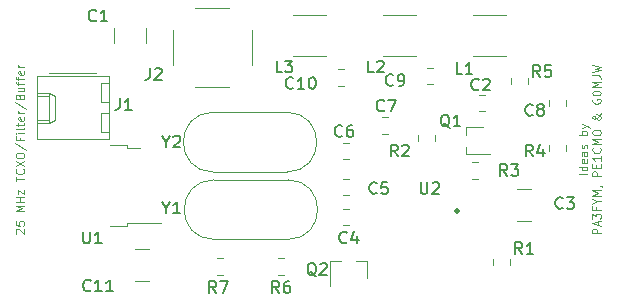
<source format=gbr>
G04 #@! TF.GenerationSoftware,KiCad,Pcbnew,(5.0.2)-1*
G04 #@! TF.CreationDate,2018-12-31T21:56:22+00:00*
G04 #@! TF.ProjectId,D75F_Board,44373546-5f42-46f6-9172-642e6b696361,rev?*
G04 #@! TF.SameCoordinates,Original*
G04 #@! TF.FileFunction,Legend,Top*
G04 #@! TF.FilePolarity,Positive*
%FSLAX46Y46*%
G04 Gerber Fmt 4.6, Leading zero omitted, Abs format (unit mm)*
G04 Created by KiCad (PCBNEW (5.0.2)-1) date 31/12/2018 21:56:22*
%MOMM*%
%LPD*%
G01*
G04 APERTURE LIST*
%ADD10C,0.100000*%
%ADD11C,0.300000*%
%ADD12C,0.120000*%
%ADD13C,0.150000*%
G04 APERTURE END LIST*
D10*
X164460666Y-89188666D02*
X163760666Y-89188666D01*
X164460666Y-88555333D02*
X163760666Y-88555333D01*
X164427333Y-88555333D02*
X164460666Y-88622000D01*
X164460666Y-88755333D01*
X164427333Y-88822000D01*
X164394000Y-88855333D01*
X164327333Y-88888666D01*
X164127333Y-88888666D01*
X164060666Y-88855333D01*
X164027333Y-88822000D01*
X163994000Y-88755333D01*
X163994000Y-88622000D01*
X164027333Y-88555333D01*
X164427333Y-87955333D02*
X164460666Y-88022000D01*
X164460666Y-88155333D01*
X164427333Y-88222000D01*
X164360666Y-88255333D01*
X164094000Y-88255333D01*
X164027333Y-88222000D01*
X163994000Y-88155333D01*
X163994000Y-88022000D01*
X164027333Y-87955333D01*
X164094000Y-87922000D01*
X164160666Y-87922000D01*
X164227333Y-88255333D01*
X164460666Y-87322000D02*
X164094000Y-87322000D01*
X164027333Y-87355333D01*
X163994000Y-87422000D01*
X163994000Y-87555333D01*
X164027333Y-87622000D01*
X164427333Y-87322000D02*
X164460666Y-87388666D01*
X164460666Y-87555333D01*
X164427333Y-87622000D01*
X164360666Y-87655333D01*
X164294000Y-87655333D01*
X164227333Y-87622000D01*
X164194000Y-87555333D01*
X164194000Y-87388666D01*
X164160666Y-87322000D01*
X164427333Y-87022000D02*
X164460666Y-86955333D01*
X164460666Y-86822000D01*
X164427333Y-86755333D01*
X164360666Y-86722000D01*
X164327333Y-86722000D01*
X164260666Y-86755333D01*
X164227333Y-86822000D01*
X164227333Y-86922000D01*
X164194000Y-86988666D01*
X164127333Y-87022000D01*
X164094000Y-87022000D01*
X164027333Y-86988666D01*
X163994000Y-86922000D01*
X163994000Y-86822000D01*
X164027333Y-86755333D01*
X164460666Y-85888666D02*
X163760666Y-85888666D01*
X164027333Y-85888666D02*
X163994000Y-85822000D01*
X163994000Y-85688666D01*
X164027333Y-85622000D01*
X164060666Y-85588666D01*
X164127333Y-85555333D01*
X164327333Y-85555333D01*
X164394000Y-85588666D01*
X164427333Y-85622000D01*
X164460666Y-85688666D01*
X164460666Y-85822000D01*
X164427333Y-85888666D01*
X163994000Y-85322000D02*
X164460666Y-85155333D01*
X163994000Y-84988666D02*
X164460666Y-85155333D01*
X164627333Y-85222000D01*
X164660666Y-85255333D01*
X164694000Y-85322000D01*
X165610666Y-94205333D02*
X164910666Y-94205333D01*
X164910666Y-93938666D01*
X164944000Y-93872000D01*
X164977333Y-93838666D01*
X165044000Y-93805333D01*
X165144000Y-93805333D01*
X165210666Y-93838666D01*
X165244000Y-93872000D01*
X165277333Y-93938666D01*
X165277333Y-94205333D01*
X165410666Y-93538666D02*
X165410666Y-93205333D01*
X165610666Y-93605333D02*
X164910666Y-93372000D01*
X165610666Y-93138666D01*
X164910666Y-92972000D02*
X164910666Y-92538666D01*
X165177333Y-92772000D01*
X165177333Y-92672000D01*
X165210666Y-92605333D01*
X165244000Y-92572000D01*
X165310666Y-92538666D01*
X165477333Y-92538666D01*
X165544000Y-92572000D01*
X165577333Y-92605333D01*
X165610666Y-92672000D01*
X165610666Y-92872000D01*
X165577333Y-92938666D01*
X165544000Y-92972000D01*
X165244000Y-92005333D02*
X165244000Y-92238666D01*
X165610666Y-92238666D02*
X164910666Y-92238666D01*
X164910666Y-91905333D01*
X165277333Y-91505333D02*
X165610666Y-91505333D01*
X164910666Y-91738666D02*
X165277333Y-91505333D01*
X164910666Y-91272000D01*
X165610666Y-91038666D02*
X164910666Y-91038666D01*
X165410666Y-90805333D01*
X164910666Y-90572000D01*
X165610666Y-90572000D01*
X165577333Y-90205333D02*
X165610666Y-90205333D01*
X165677333Y-90238666D01*
X165710666Y-90272000D01*
X165610666Y-89372000D02*
X164910666Y-89372000D01*
X164910666Y-89105333D01*
X164944000Y-89038666D01*
X164977333Y-89005333D01*
X165044000Y-88972000D01*
X165144000Y-88972000D01*
X165210666Y-89005333D01*
X165244000Y-89038666D01*
X165277333Y-89105333D01*
X165277333Y-89372000D01*
X165244000Y-88672000D02*
X165244000Y-88438666D01*
X165610666Y-88338666D02*
X165610666Y-88672000D01*
X164910666Y-88672000D01*
X164910666Y-88338666D01*
X165610666Y-87672000D02*
X165610666Y-88072000D01*
X165610666Y-87872000D02*
X164910666Y-87872000D01*
X165010666Y-87938666D01*
X165077333Y-88005333D01*
X165110666Y-88072000D01*
X165544000Y-86972000D02*
X165577333Y-87005333D01*
X165610666Y-87105333D01*
X165610666Y-87172000D01*
X165577333Y-87272000D01*
X165510666Y-87338666D01*
X165444000Y-87372000D01*
X165310666Y-87405333D01*
X165210666Y-87405333D01*
X165077333Y-87372000D01*
X165010666Y-87338666D01*
X164944000Y-87272000D01*
X164910666Y-87172000D01*
X164910666Y-87105333D01*
X164944000Y-87005333D01*
X164977333Y-86972000D01*
X165610666Y-86672000D02*
X164910666Y-86672000D01*
X165410666Y-86438666D01*
X164910666Y-86205333D01*
X165610666Y-86205333D01*
X164910666Y-85738666D02*
X164910666Y-85605333D01*
X164944000Y-85538666D01*
X165010666Y-85472000D01*
X165144000Y-85438666D01*
X165377333Y-85438666D01*
X165510666Y-85472000D01*
X165577333Y-85538666D01*
X165610666Y-85605333D01*
X165610666Y-85738666D01*
X165577333Y-85805333D01*
X165510666Y-85872000D01*
X165377333Y-85905333D01*
X165144000Y-85905333D01*
X165010666Y-85872000D01*
X164944000Y-85805333D01*
X164910666Y-85738666D01*
X165610666Y-84038666D02*
X165610666Y-84072000D01*
X165577333Y-84138666D01*
X165477333Y-84238666D01*
X165277333Y-84405333D01*
X165177333Y-84472000D01*
X165077333Y-84505333D01*
X165010666Y-84505333D01*
X164944000Y-84472000D01*
X164910666Y-84405333D01*
X164910666Y-84372000D01*
X164944000Y-84305333D01*
X165010666Y-84272000D01*
X165044000Y-84272000D01*
X165110666Y-84305333D01*
X165144000Y-84338666D01*
X165277333Y-84538666D01*
X165310666Y-84572000D01*
X165377333Y-84605333D01*
X165477333Y-84605333D01*
X165544000Y-84572000D01*
X165577333Y-84538666D01*
X165610666Y-84472000D01*
X165610666Y-84372000D01*
X165577333Y-84305333D01*
X165544000Y-84272000D01*
X165410666Y-84172000D01*
X165310666Y-84138666D01*
X165244000Y-84138666D01*
X164944000Y-82838666D02*
X164910666Y-82905333D01*
X164910666Y-83005333D01*
X164944000Y-83105333D01*
X165010666Y-83172000D01*
X165077333Y-83205333D01*
X165210666Y-83238666D01*
X165310666Y-83238666D01*
X165444000Y-83205333D01*
X165510666Y-83172000D01*
X165577333Y-83105333D01*
X165610666Y-83005333D01*
X165610666Y-82938666D01*
X165577333Y-82838666D01*
X165544000Y-82805333D01*
X165310666Y-82805333D01*
X165310666Y-82938666D01*
X164910666Y-82372000D02*
X164910666Y-82305333D01*
X164944000Y-82238666D01*
X164977333Y-82205333D01*
X165044000Y-82172000D01*
X165177333Y-82138666D01*
X165344000Y-82138666D01*
X165477333Y-82172000D01*
X165544000Y-82205333D01*
X165577333Y-82238666D01*
X165610666Y-82305333D01*
X165610666Y-82372000D01*
X165577333Y-82438666D01*
X165544000Y-82472000D01*
X165477333Y-82505333D01*
X165344000Y-82538666D01*
X165177333Y-82538666D01*
X165044000Y-82505333D01*
X164977333Y-82472000D01*
X164944000Y-82438666D01*
X164910666Y-82372000D01*
X165610666Y-81838666D02*
X164910666Y-81838666D01*
X165410666Y-81605333D01*
X164910666Y-81372000D01*
X165610666Y-81372000D01*
X164910666Y-80838666D02*
X165410666Y-80838666D01*
X165510666Y-80872000D01*
X165577333Y-80938666D01*
X165610666Y-81038666D01*
X165610666Y-81105333D01*
X164910666Y-80572000D02*
X165610666Y-80405333D01*
X165110666Y-80272000D01*
X165610666Y-80138666D01*
X164910666Y-79972000D01*
X116142333Y-94238666D02*
X116109000Y-94205333D01*
X116075666Y-94138666D01*
X116075666Y-93972000D01*
X116109000Y-93905333D01*
X116142333Y-93872000D01*
X116209000Y-93838666D01*
X116275666Y-93838666D01*
X116375666Y-93872000D01*
X116775666Y-94272000D01*
X116775666Y-93838666D01*
X116075666Y-93205333D02*
X116075666Y-93538666D01*
X116409000Y-93572000D01*
X116375666Y-93538666D01*
X116342333Y-93472000D01*
X116342333Y-93305333D01*
X116375666Y-93238666D01*
X116409000Y-93205333D01*
X116475666Y-93172000D01*
X116642333Y-93172000D01*
X116709000Y-93205333D01*
X116742333Y-93238666D01*
X116775666Y-93305333D01*
X116775666Y-93472000D01*
X116742333Y-93538666D01*
X116709000Y-93572000D01*
X116775666Y-92338666D02*
X116075666Y-92338666D01*
X116575666Y-92105333D01*
X116075666Y-91872000D01*
X116775666Y-91872000D01*
X116775666Y-91538666D02*
X116075666Y-91538666D01*
X116409000Y-91538666D02*
X116409000Y-91138666D01*
X116775666Y-91138666D02*
X116075666Y-91138666D01*
X116309000Y-90872000D02*
X116309000Y-90505333D01*
X116775666Y-90872000D01*
X116775666Y-90505333D01*
X116075666Y-89805333D02*
X116075666Y-89405333D01*
X116775666Y-89605333D02*
X116075666Y-89605333D01*
X116709000Y-88772000D02*
X116742333Y-88805333D01*
X116775666Y-88905333D01*
X116775666Y-88972000D01*
X116742333Y-89072000D01*
X116675666Y-89138666D01*
X116609000Y-89172000D01*
X116475666Y-89205333D01*
X116375666Y-89205333D01*
X116242333Y-89172000D01*
X116175666Y-89138666D01*
X116109000Y-89072000D01*
X116075666Y-88972000D01*
X116075666Y-88905333D01*
X116109000Y-88805333D01*
X116142333Y-88772000D01*
X116075666Y-88538666D02*
X116775666Y-88072000D01*
X116075666Y-88072000D02*
X116775666Y-88538666D01*
X116075666Y-87672000D02*
X116075666Y-87538666D01*
X116109000Y-87472000D01*
X116175666Y-87405333D01*
X116309000Y-87372000D01*
X116542333Y-87372000D01*
X116675666Y-87405333D01*
X116742333Y-87472000D01*
X116775666Y-87538666D01*
X116775666Y-87672000D01*
X116742333Y-87738666D01*
X116675666Y-87805333D01*
X116542333Y-87838666D01*
X116309000Y-87838666D01*
X116175666Y-87805333D01*
X116109000Y-87738666D01*
X116075666Y-87672000D01*
X116042333Y-86572000D02*
X116942333Y-87172000D01*
X116409000Y-86105333D02*
X116409000Y-86338666D01*
X116775666Y-86338666D02*
X116075666Y-86338666D01*
X116075666Y-86005333D01*
X116775666Y-85738666D02*
X116309000Y-85738666D01*
X116075666Y-85738666D02*
X116109000Y-85772000D01*
X116142333Y-85738666D01*
X116109000Y-85705333D01*
X116075666Y-85738666D01*
X116142333Y-85738666D01*
X116775666Y-85305333D02*
X116742333Y-85372000D01*
X116675666Y-85405333D01*
X116075666Y-85405333D01*
X116309000Y-85138666D02*
X116309000Y-84872000D01*
X116075666Y-85038666D02*
X116675666Y-85038666D01*
X116742333Y-85005333D01*
X116775666Y-84938666D01*
X116775666Y-84872000D01*
X116742333Y-84372000D02*
X116775666Y-84438666D01*
X116775666Y-84572000D01*
X116742333Y-84638666D01*
X116675666Y-84672000D01*
X116409000Y-84672000D01*
X116342333Y-84638666D01*
X116309000Y-84572000D01*
X116309000Y-84438666D01*
X116342333Y-84372000D01*
X116409000Y-84338666D01*
X116475666Y-84338666D01*
X116542333Y-84672000D01*
X116775666Y-84038666D02*
X116309000Y-84038666D01*
X116442333Y-84038666D02*
X116375666Y-84005333D01*
X116342333Y-83972000D01*
X116309000Y-83905333D01*
X116309000Y-83838666D01*
X116042333Y-83105333D02*
X116942333Y-83705333D01*
X116409000Y-82638666D02*
X116442333Y-82538666D01*
X116475666Y-82505333D01*
X116542333Y-82472000D01*
X116642333Y-82472000D01*
X116709000Y-82505333D01*
X116742333Y-82538666D01*
X116775666Y-82605333D01*
X116775666Y-82872000D01*
X116075666Y-82872000D01*
X116075666Y-82638666D01*
X116109000Y-82572000D01*
X116142333Y-82538666D01*
X116209000Y-82505333D01*
X116275666Y-82505333D01*
X116342333Y-82538666D01*
X116375666Y-82572000D01*
X116409000Y-82638666D01*
X116409000Y-82872000D01*
X116309000Y-81872000D02*
X116775666Y-81872000D01*
X116309000Y-82172000D02*
X116675666Y-82172000D01*
X116742333Y-82138666D01*
X116775666Y-82072000D01*
X116775666Y-81972000D01*
X116742333Y-81905333D01*
X116709000Y-81872000D01*
X116309000Y-81638666D02*
X116309000Y-81372000D01*
X116775666Y-81538666D02*
X116175666Y-81538666D01*
X116109000Y-81505333D01*
X116075666Y-81438666D01*
X116075666Y-81372000D01*
X116309000Y-81238666D02*
X116309000Y-80972000D01*
X116775666Y-81138666D02*
X116175666Y-81138666D01*
X116109000Y-81105333D01*
X116075666Y-81038666D01*
X116075666Y-80972000D01*
X116742333Y-80472000D02*
X116775666Y-80538666D01*
X116775666Y-80672000D01*
X116742333Y-80738666D01*
X116675666Y-80772000D01*
X116409000Y-80772000D01*
X116342333Y-80738666D01*
X116309000Y-80672000D01*
X116309000Y-80538666D01*
X116342333Y-80472000D01*
X116409000Y-80438666D01*
X116475666Y-80438666D01*
X116542333Y-80772000D01*
X116775666Y-80138666D02*
X116309000Y-80138666D01*
X116442333Y-80138666D02*
X116375666Y-80105333D01*
X116342333Y-80072000D01*
X116309000Y-80005333D01*
X116309000Y-79938666D01*
D11*
X153416000Y-92229714D02*
X153487428Y-92301142D01*
X153416000Y-92372571D01*
X153344571Y-92301142D01*
X153416000Y-92229714D01*
X153416000Y-92372571D01*
D12*
G04 #@! TO.C,C10*
X143898252Y-81736000D02*
X143375748Y-81736000D01*
X143898252Y-80316000D02*
X143375748Y-80316000D01*
G04 #@! TO.C,C11*
X127348064Y-98261000D02*
X126143936Y-98261000D01*
X127348064Y-95541000D02*
X126143936Y-95541000D01*
G04 #@! TO.C,R7*
X133088748Y-96318000D02*
X133611252Y-96318000D01*
X133088748Y-97738000D02*
X133611252Y-97738000D01*
G04 #@! TO.C,R6*
X138295748Y-97738000D02*
X138818252Y-97738000D01*
X138295748Y-96318000D02*
X138818252Y-96318000D01*
G04 #@! TO.C,Q2*
X145852000Y-96522000D02*
X144922000Y-96522000D01*
X142692000Y-96522000D02*
X143622000Y-96522000D01*
X142692000Y-96522000D02*
X142692000Y-98682000D01*
X145852000Y-96522000D02*
X145852000Y-97982000D01*
G04 #@! TO.C,C1*
X124370000Y-78072064D02*
X124370000Y-76867936D01*
X127090000Y-78072064D02*
X127090000Y-76867936D01*
G04 #@! TO.C,C2*
X155313748Y-83895000D02*
X155836252Y-83895000D01*
X155313748Y-82475000D02*
X155836252Y-82475000D01*
G04 #@! TO.C,C4*
X143756748Y-93547000D02*
X144279252Y-93547000D01*
X143756748Y-92127000D02*
X144279252Y-92127000D01*
G04 #@! TO.C,C5*
X143756748Y-89587000D02*
X144279252Y-89587000D01*
X143756748Y-91007000D02*
X144279252Y-91007000D01*
G04 #@! TO.C,C6*
X144279252Y-87959000D02*
X143756748Y-87959000D01*
X144279252Y-86539000D02*
X143756748Y-86539000D01*
G04 #@! TO.C,C7*
X147581252Y-84380000D02*
X147058748Y-84380000D01*
X147581252Y-85800000D02*
X147058748Y-85800000D01*
G04 #@! TO.C,C8*
X162635000Y-82923748D02*
X162635000Y-83446252D01*
X161215000Y-82923748D02*
X161215000Y-83446252D01*
G04 #@! TO.C,C9*
X151391252Y-80189000D02*
X150868748Y-80189000D01*
X151391252Y-81609000D02*
X150868748Y-81609000D01*
G04 #@! TO.C,J1*
X123934000Y-80916000D02*
X117914000Y-80916000D01*
X117914000Y-80916000D02*
X117914000Y-86216000D01*
X117914000Y-86216000D02*
X123934000Y-86216000D01*
X123934000Y-86216000D02*
X123934000Y-80916000D01*
X122904000Y-80626000D02*
X118904000Y-80626000D01*
X117914000Y-82296000D02*
X118914000Y-82296000D01*
X118914000Y-82296000D02*
X118914000Y-84836000D01*
X118914000Y-84836000D02*
X117914000Y-84836000D01*
X118914000Y-82296000D02*
X119444000Y-82546000D01*
X119444000Y-82546000D02*
X119444000Y-84586000D01*
X119444000Y-84586000D02*
X118914000Y-84836000D01*
X117914000Y-82546000D02*
X118914000Y-82546000D01*
X117914000Y-84586000D02*
X118914000Y-84586000D01*
X123934000Y-81496000D02*
X123334000Y-81496000D01*
X123334000Y-81496000D02*
X123334000Y-83096000D01*
X123334000Y-83096000D02*
X123934000Y-83096000D01*
X123934000Y-84036000D02*
X123334000Y-84036000D01*
X123334000Y-84036000D02*
X123334000Y-85636000D01*
X123334000Y-85636000D02*
X123934000Y-85636000D01*
G04 #@! TO.C,J2*
X129360000Y-77036000D02*
X129360000Y-79936000D01*
X136070000Y-77036000D02*
X136070000Y-79936000D01*
X131265000Y-81841000D02*
X134165000Y-81841000D01*
X131265000Y-75131000D02*
X134165000Y-75131000D01*
G04 #@! TO.C,L1*
X157596252Y-79180000D02*
X154823748Y-79180000D01*
X157596252Y-75760000D02*
X154823748Y-75760000D01*
G04 #@! TO.C,L2*
X149976252Y-75760000D02*
X147203748Y-75760000D01*
X149976252Y-79180000D02*
X147203748Y-79180000D01*
G04 #@! TO.C,L3*
X142356252Y-79180000D02*
X139583748Y-79180000D01*
X142356252Y-75760000D02*
X139583748Y-75760000D01*
G04 #@! TO.C,Q1*
X154210000Y-85860000D02*
X154210000Y-85200000D01*
X154210000Y-87520000D02*
X154210000Y-86860000D01*
X154210000Y-87520000D02*
X156240000Y-87520000D01*
X155620000Y-85200000D02*
X154210000Y-85200000D01*
G04 #@! TO.C,R1*
X157936000Y-96908252D02*
X157936000Y-96385748D01*
X156516000Y-96908252D02*
X156516000Y-96385748D01*
G04 #@! TO.C,R2*
X151586000Y-85844748D02*
X151586000Y-86367252D01*
X150166000Y-85844748D02*
X150166000Y-86367252D01*
G04 #@! TO.C,R3*
X154678748Y-89610000D02*
X155201252Y-89610000D01*
X154678748Y-88190000D02*
X155201252Y-88190000D01*
G04 #@! TO.C,R4*
X162635000Y-86733748D02*
X162635000Y-87256252D01*
X161215000Y-86733748D02*
X161215000Y-87256252D01*
G04 #@! TO.C,R5*
X159460000Y-81018748D02*
X159460000Y-81541252D01*
X158040000Y-81018748D02*
X158040000Y-81541252D01*
G04 #@! TO.C,U1*
X124033000Y-93620000D02*
X125533000Y-93620000D01*
X125533000Y-93620000D02*
X125533000Y-93350000D01*
X125533000Y-93350000D02*
X128363000Y-93350000D01*
X124033000Y-86720000D02*
X125533000Y-86720000D01*
X125533000Y-86720000D02*
X125533000Y-86990000D01*
X125533000Y-86990000D02*
X126633000Y-86990000D01*
G04 #@! TO.C,Y1*
X139115000Y-94727000D02*
X132865000Y-94727000D01*
X139115000Y-89677000D02*
X132865000Y-89677000D01*
X139115000Y-89677000D02*
G75*
G02X139115000Y-94727000I0J-2525000D01*
G01*
X132865000Y-89677000D02*
G75*
G03X132865000Y-94727000I0J-2525000D01*
G01*
G04 #@! TO.C,Y2*
X139042000Y-89012000D02*
G75*
G03X139042000Y-83962000I0J2525000D01*
G01*
X132792000Y-89012000D02*
G75*
G02X132792000Y-83962000I0J2525000D01*
G01*
X132792000Y-89012000D02*
X139042000Y-89012000D01*
X132792000Y-83962000D02*
X139042000Y-83962000D01*
G04 #@! TO.C,C3*
X158528936Y-90461000D02*
X159733064Y-90461000D01*
X158528936Y-93181000D02*
X159733064Y-93181000D01*
G04 #@! TO.C,C10*
D13*
X139565142Y-81891142D02*
X139517523Y-81938761D01*
X139374666Y-81986380D01*
X139279428Y-81986380D01*
X139136571Y-81938761D01*
X139041333Y-81843523D01*
X138993714Y-81748285D01*
X138946095Y-81557809D01*
X138946095Y-81414952D01*
X138993714Y-81224476D01*
X139041333Y-81129238D01*
X139136571Y-81034000D01*
X139279428Y-80986380D01*
X139374666Y-80986380D01*
X139517523Y-81034000D01*
X139565142Y-81081619D01*
X140517523Y-81986380D02*
X139946095Y-81986380D01*
X140231809Y-81986380D02*
X140231809Y-80986380D01*
X140136571Y-81129238D01*
X140041333Y-81224476D01*
X139946095Y-81272095D01*
X141136571Y-80986380D02*
X141231809Y-80986380D01*
X141327047Y-81034000D01*
X141374666Y-81081619D01*
X141422285Y-81176857D01*
X141469904Y-81367333D01*
X141469904Y-81605428D01*
X141422285Y-81795904D01*
X141374666Y-81891142D01*
X141327047Y-81938761D01*
X141231809Y-81986380D01*
X141136571Y-81986380D01*
X141041333Y-81938761D01*
X140993714Y-81891142D01*
X140946095Y-81795904D01*
X140898476Y-81605428D01*
X140898476Y-81367333D01*
X140946095Y-81176857D01*
X140993714Y-81081619D01*
X141041333Y-81034000D01*
X141136571Y-80986380D01*
G04 #@! TO.C,C11*
X122420142Y-99036142D02*
X122372523Y-99083761D01*
X122229666Y-99131380D01*
X122134428Y-99131380D01*
X121991571Y-99083761D01*
X121896333Y-98988523D01*
X121848714Y-98893285D01*
X121801095Y-98702809D01*
X121801095Y-98559952D01*
X121848714Y-98369476D01*
X121896333Y-98274238D01*
X121991571Y-98179000D01*
X122134428Y-98131380D01*
X122229666Y-98131380D01*
X122372523Y-98179000D01*
X122420142Y-98226619D01*
X123372523Y-99131380D02*
X122801095Y-99131380D01*
X123086809Y-99131380D02*
X123086809Y-98131380D01*
X122991571Y-98274238D01*
X122896333Y-98369476D01*
X122801095Y-98417095D01*
X124324904Y-99131380D02*
X123753476Y-99131380D01*
X124039190Y-99131380D02*
X124039190Y-98131380D01*
X123943952Y-98274238D01*
X123848714Y-98369476D01*
X123753476Y-98417095D01*
G04 #@! TO.C,R7*
X133056333Y-99258380D02*
X132723000Y-98782190D01*
X132484904Y-99258380D02*
X132484904Y-98258380D01*
X132865857Y-98258380D01*
X132961095Y-98306000D01*
X133008714Y-98353619D01*
X133056333Y-98448857D01*
X133056333Y-98591714D01*
X133008714Y-98686952D01*
X132961095Y-98734571D01*
X132865857Y-98782190D01*
X132484904Y-98782190D01*
X133389666Y-98258380D02*
X134056333Y-98258380D01*
X133627761Y-99258380D01*
G04 #@! TO.C,R6*
X138390333Y-99258380D02*
X138057000Y-98782190D01*
X137818904Y-99258380D02*
X137818904Y-98258380D01*
X138199857Y-98258380D01*
X138295095Y-98306000D01*
X138342714Y-98353619D01*
X138390333Y-98448857D01*
X138390333Y-98591714D01*
X138342714Y-98686952D01*
X138295095Y-98734571D01*
X138199857Y-98782190D01*
X137818904Y-98782190D01*
X139247476Y-98258380D02*
X139057000Y-98258380D01*
X138961761Y-98306000D01*
X138914142Y-98353619D01*
X138818904Y-98496476D01*
X138771285Y-98686952D01*
X138771285Y-99067904D01*
X138818904Y-99163142D01*
X138866523Y-99210761D01*
X138961761Y-99258380D01*
X139152238Y-99258380D01*
X139247476Y-99210761D01*
X139295095Y-99163142D01*
X139342714Y-99067904D01*
X139342714Y-98829809D01*
X139295095Y-98734571D01*
X139247476Y-98686952D01*
X139152238Y-98639333D01*
X138961761Y-98639333D01*
X138866523Y-98686952D01*
X138818904Y-98734571D01*
X138771285Y-98829809D01*
G04 #@! TO.C,Q2*
X141509761Y-97829619D02*
X141414523Y-97782000D01*
X141319285Y-97686761D01*
X141176428Y-97543904D01*
X141081190Y-97496285D01*
X140985952Y-97496285D01*
X141033571Y-97734380D02*
X140938333Y-97686761D01*
X140843095Y-97591523D01*
X140795476Y-97401047D01*
X140795476Y-97067714D01*
X140843095Y-96877238D01*
X140938333Y-96782000D01*
X141033571Y-96734380D01*
X141224047Y-96734380D01*
X141319285Y-96782000D01*
X141414523Y-96877238D01*
X141462142Y-97067714D01*
X141462142Y-97401047D01*
X141414523Y-97591523D01*
X141319285Y-97686761D01*
X141224047Y-97734380D01*
X141033571Y-97734380D01*
X141843095Y-96829619D02*
X141890714Y-96782000D01*
X141985952Y-96734380D01*
X142224047Y-96734380D01*
X142319285Y-96782000D01*
X142366904Y-96829619D01*
X142414523Y-96924857D01*
X142414523Y-97020095D01*
X142366904Y-97162952D01*
X141795476Y-97734380D01*
X142414523Y-97734380D01*
G04 #@! TO.C,C1*
X122896333Y-76176142D02*
X122848714Y-76223761D01*
X122705857Y-76271380D01*
X122610619Y-76271380D01*
X122467761Y-76223761D01*
X122372523Y-76128523D01*
X122324904Y-76033285D01*
X122277285Y-75842809D01*
X122277285Y-75699952D01*
X122324904Y-75509476D01*
X122372523Y-75414238D01*
X122467761Y-75319000D01*
X122610619Y-75271380D01*
X122705857Y-75271380D01*
X122848714Y-75319000D01*
X122896333Y-75366619D01*
X123848714Y-76271380D02*
X123277285Y-76271380D01*
X123563000Y-76271380D02*
X123563000Y-75271380D01*
X123467761Y-75414238D01*
X123372523Y-75509476D01*
X123277285Y-75557095D01*
G04 #@! TO.C,C2*
X155281333Y-82018142D02*
X155233714Y-82065761D01*
X155090857Y-82113380D01*
X154995619Y-82113380D01*
X154852761Y-82065761D01*
X154757523Y-81970523D01*
X154709904Y-81875285D01*
X154662285Y-81684809D01*
X154662285Y-81541952D01*
X154709904Y-81351476D01*
X154757523Y-81256238D01*
X154852761Y-81161000D01*
X154995619Y-81113380D01*
X155090857Y-81113380D01*
X155233714Y-81161000D01*
X155281333Y-81208619D01*
X155662285Y-81208619D02*
X155709904Y-81161000D01*
X155805142Y-81113380D01*
X156043238Y-81113380D01*
X156138476Y-81161000D01*
X156186095Y-81208619D01*
X156233714Y-81303857D01*
X156233714Y-81399095D01*
X156186095Y-81541952D01*
X155614666Y-82113380D01*
X156233714Y-82113380D01*
G04 #@! TO.C,C4*
X144105333Y-94972142D02*
X144057714Y-95019761D01*
X143914857Y-95067380D01*
X143819619Y-95067380D01*
X143676761Y-95019761D01*
X143581523Y-94924523D01*
X143533904Y-94829285D01*
X143486285Y-94638809D01*
X143486285Y-94495952D01*
X143533904Y-94305476D01*
X143581523Y-94210238D01*
X143676761Y-94115000D01*
X143819619Y-94067380D01*
X143914857Y-94067380D01*
X144057714Y-94115000D01*
X144105333Y-94162619D01*
X144962476Y-94400714D02*
X144962476Y-95067380D01*
X144724380Y-94019761D02*
X144486285Y-94734047D01*
X145105333Y-94734047D01*
G04 #@! TO.C,C5*
X146645333Y-90781142D02*
X146597714Y-90828761D01*
X146454857Y-90876380D01*
X146359619Y-90876380D01*
X146216761Y-90828761D01*
X146121523Y-90733523D01*
X146073904Y-90638285D01*
X146026285Y-90447809D01*
X146026285Y-90304952D01*
X146073904Y-90114476D01*
X146121523Y-90019238D01*
X146216761Y-89924000D01*
X146359619Y-89876380D01*
X146454857Y-89876380D01*
X146597714Y-89924000D01*
X146645333Y-89971619D01*
X147550095Y-89876380D02*
X147073904Y-89876380D01*
X147026285Y-90352571D01*
X147073904Y-90304952D01*
X147169142Y-90257333D01*
X147407238Y-90257333D01*
X147502476Y-90304952D01*
X147550095Y-90352571D01*
X147597714Y-90447809D01*
X147597714Y-90685904D01*
X147550095Y-90781142D01*
X147502476Y-90828761D01*
X147407238Y-90876380D01*
X147169142Y-90876380D01*
X147073904Y-90828761D01*
X147026285Y-90781142D01*
G04 #@! TO.C,C6*
X143724333Y-85955142D02*
X143676714Y-86002761D01*
X143533857Y-86050380D01*
X143438619Y-86050380D01*
X143295761Y-86002761D01*
X143200523Y-85907523D01*
X143152904Y-85812285D01*
X143105285Y-85621809D01*
X143105285Y-85478952D01*
X143152904Y-85288476D01*
X143200523Y-85193238D01*
X143295761Y-85098000D01*
X143438619Y-85050380D01*
X143533857Y-85050380D01*
X143676714Y-85098000D01*
X143724333Y-85145619D01*
X144581476Y-85050380D02*
X144391000Y-85050380D01*
X144295761Y-85098000D01*
X144248142Y-85145619D01*
X144152904Y-85288476D01*
X144105285Y-85478952D01*
X144105285Y-85859904D01*
X144152904Y-85955142D01*
X144200523Y-86002761D01*
X144295761Y-86050380D01*
X144486238Y-86050380D01*
X144581476Y-86002761D01*
X144629095Y-85955142D01*
X144676714Y-85859904D01*
X144676714Y-85621809D01*
X144629095Y-85526571D01*
X144581476Y-85478952D01*
X144486238Y-85431333D01*
X144295761Y-85431333D01*
X144200523Y-85478952D01*
X144152904Y-85526571D01*
X144105285Y-85621809D01*
G04 #@! TO.C,C7*
X147280333Y-83796142D02*
X147232714Y-83843761D01*
X147089857Y-83891380D01*
X146994619Y-83891380D01*
X146851761Y-83843761D01*
X146756523Y-83748523D01*
X146708904Y-83653285D01*
X146661285Y-83462809D01*
X146661285Y-83319952D01*
X146708904Y-83129476D01*
X146756523Y-83034238D01*
X146851761Y-82939000D01*
X146994619Y-82891380D01*
X147089857Y-82891380D01*
X147232714Y-82939000D01*
X147280333Y-82986619D01*
X147613666Y-82891380D02*
X148280333Y-82891380D01*
X147851761Y-83891380D01*
G04 #@! TO.C,C8*
X159853333Y-84177142D02*
X159805714Y-84224761D01*
X159662857Y-84272380D01*
X159567619Y-84272380D01*
X159424761Y-84224761D01*
X159329523Y-84129523D01*
X159281904Y-84034285D01*
X159234285Y-83843809D01*
X159234285Y-83700952D01*
X159281904Y-83510476D01*
X159329523Y-83415238D01*
X159424761Y-83320000D01*
X159567619Y-83272380D01*
X159662857Y-83272380D01*
X159805714Y-83320000D01*
X159853333Y-83367619D01*
X160424761Y-83700952D02*
X160329523Y-83653333D01*
X160281904Y-83605714D01*
X160234285Y-83510476D01*
X160234285Y-83462857D01*
X160281904Y-83367619D01*
X160329523Y-83320000D01*
X160424761Y-83272380D01*
X160615238Y-83272380D01*
X160710476Y-83320000D01*
X160758095Y-83367619D01*
X160805714Y-83462857D01*
X160805714Y-83510476D01*
X160758095Y-83605714D01*
X160710476Y-83653333D01*
X160615238Y-83700952D01*
X160424761Y-83700952D01*
X160329523Y-83748571D01*
X160281904Y-83796190D01*
X160234285Y-83891428D01*
X160234285Y-84081904D01*
X160281904Y-84177142D01*
X160329523Y-84224761D01*
X160424761Y-84272380D01*
X160615238Y-84272380D01*
X160710476Y-84224761D01*
X160758095Y-84177142D01*
X160805714Y-84081904D01*
X160805714Y-83891428D01*
X160758095Y-83796190D01*
X160710476Y-83748571D01*
X160615238Y-83700952D01*
G04 #@! TO.C,C9*
X148042333Y-81637142D02*
X147994714Y-81684761D01*
X147851857Y-81732380D01*
X147756619Y-81732380D01*
X147613761Y-81684761D01*
X147518523Y-81589523D01*
X147470904Y-81494285D01*
X147423285Y-81303809D01*
X147423285Y-81160952D01*
X147470904Y-80970476D01*
X147518523Y-80875238D01*
X147613761Y-80780000D01*
X147756619Y-80732380D01*
X147851857Y-80732380D01*
X147994714Y-80780000D01*
X148042333Y-80827619D01*
X148518523Y-81732380D02*
X148709000Y-81732380D01*
X148804238Y-81684761D01*
X148851857Y-81637142D01*
X148947095Y-81494285D01*
X148994714Y-81303809D01*
X148994714Y-80922857D01*
X148947095Y-80827619D01*
X148899476Y-80780000D01*
X148804238Y-80732380D01*
X148613761Y-80732380D01*
X148518523Y-80780000D01*
X148470904Y-80827619D01*
X148423285Y-80922857D01*
X148423285Y-81160952D01*
X148470904Y-81256190D01*
X148518523Y-81303809D01*
X148613761Y-81351428D01*
X148804238Y-81351428D01*
X148899476Y-81303809D01*
X148947095Y-81256190D01*
X148994714Y-81160952D01*
G04 #@! TO.C,J1*
X124888666Y-82764380D02*
X124888666Y-83478666D01*
X124841047Y-83621523D01*
X124745809Y-83716761D01*
X124602952Y-83764380D01*
X124507714Y-83764380D01*
X125888666Y-83764380D02*
X125317238Y-83764380D01*
X125602952Y-83764380D02*
X125602952Y-82764380D01*
X125507714Y-82907238D01*
X125412476Y-83002476D01*
X125317238Y-83050095D01*
G04 #@! TO.C,J2*
X127428666Y-80224380D02*
X127428666Y-80938666D01*
X127381047Y-81081523D01*
X127285809Y-81176761D01*
X127142952Y-81224380D01*
X127047714Y-81224380D01*
X127857238Y-80319619D02*
X127904857Y-80272000D01*
X128000095Y-80224380D01*
X128238190Y-80224380D01*
X128333428Y-80272000D01*
X128381047Y-80319619D01*
X128428666Y-80414857D01*
X128428666Y-80510095D01*
X128381047Y-80652952D01*
X127809619Y-81224380D01*
X128428666Y-81224380D01*
G04 #@! TO.C,L1*
X153884333Y-80716380D02*
X153408142Y-80716380D01*
X153408142Y-79716380D01*
X154741476Y-80716380D02*
X154170047Y-80716380D01*
X154455761Y-80716380D02*
X154455761Y-79716380D01*
X154360523Y-79859238D01*
X154265285Y-79954476D01*
X154170047Y-80002095D01*
G04 #@! TO.C,L2*
X146391333Y-80589380D02*
X145915142Y-80589380D01*
X145915142Y-79589380D01*
X146677047Y-79684619D02*
X146724666Y-79637000D01*
X146819904Y-79589380D01*
X147058000Y-79589380D01*
X147153238Y-79637000D01*
X147200857Y-79684619D01*
X147248476Y-79779857D01*
X147248476Y-79875095D01*
X147200857Y-80017952D01*
X146629428Y-80589380D01*
X147248476Y-80589380D01*
G04 #@! TO.C,L3*
X138644333Y-80589380D02*
X138168142Y-80589380D01*
X138168142Y-79589380D01*
X138882428Y-79589380D02*
X139501476Y-79589380D01*
X139168142Y-79970333D01*
X139311000Y-79970333D01*
X139406238Y-80017952D01*
X139453857Y-80065571D01*
X139501476Y-80160809D01*
X139501476Y-80398904D01*
X139453857Y-80494142D01*
X139406238Y-80541761D01*
X139311000Y-80589380D01*
X139025285Y-80589380D01*
X138930047Y-80541761D01*
X138882428Y-80494142D01*
G04 #@! TO.C,Q1*
X152812761Y-85256619D02*
X152717523Y-85209000D01*
X152622285Y-85113761D01*
X152479428Y-84970904D01*
X152384190Y-84923285D01*
X152288952Y-84923285D01*
X152336571Y-85161380D02*
X152241333Y-85113761D01*
X152146095Y-85018523D01*
X152098476Y-84828047D01*
X152098476Y-84494714D01*
X152146095Y-84304238D01*
X152241333Y-84209000D01*
X152336571Y-84161380D01*
X152527047Y-84161380D01*
X152622285Y-84209000D01*
X152717523Y-84304238D01*
X152765142Y-84494714D01*
X152765142Y-84828047D01*
X152717523Y-85018523D01*
X152622285Y-85113761D01*
X152527047Y-85161380D01*
X152336571Y-85161380D01*
X153717523Y-85161380D02*
X153146095Y-85161380D01*
X153431809Y-85161380D02*
X153431809Y-84161380D01*
X153336571Y-84304238D01*
X153241333Y-84399476D01*
X153146095Y-84447095D01*
G04 #@! TO.C,R1*
X158964333Y-95956380D02*
X158631000Y-95480190D01*
X158392904Y-95956380D02*
X158392904Y-94956380D01*
X158773857Y-94956380D01*
X158869095Y-95004000D01*
X158916714Y-95051619D01*
X158964333Y-95146857D01*
X158964333Y-95289714D01*
X158916714Y-95384952D01*
X158869095Y-95432571D01*
X158773857Y-95480190D01*
X158392904Y-95480190D01*
X159916714Y-95956380D02*
X159345285Y-95956380D01*
X159631000Y-95956380D02*
X159631000Y-94956380D01*
X159535761Y-95099238D01*
X159440523Y-95194476D01*
X159345285Y-95242095D01*
G04 #@! TO.C,R2*
X148423333Y-87701380D02*
X148090000Y-87225190D01*
X147851904Y-87701380D02*
X147851904Y-86701380D01*
X148232857Y-86701380D01*
X148328095Y-86749000D01*
X148375714Y-86796619D01*
X148423333Y-86891857D01*
X148423333Y-87034714D01*
X148375714Y-87129952D01*
X148328095Y-87177571D01*
X148232857Y-87225190D01*
X147851904Y-87225190D01*
X148804285Y-86796619D02*
X148851904Y-86749000D01*
X148947142Y-86701380D01*
X149185238Y-86701380D01*
X149280476Y-86749000D01*
X149328095Y-86796619D01*
X149375714Y-86891857D01*
X149375714Y-86987095D01*
X149328095Y-87129952D01*
X148756666Y-87701380D01*
X149375714Y-87701380D01*
G04 #@! TO.C,R3*
X157694333Y-89352380D02*
X157361000Y-88876190D01*
X157122904Y-89352380D02*
X157122904Y-88352380D01*
X157503857Y-88352380D01*
X157599095Y-88400000D01*
X157646714Y-88447619D01*
X157694333Y-88542857D01*
X157694333Y-88685714D01*
X157646714Y-88780952D01*
X157599095Y-88828571D01*
X157503857Y-88876190D01*
X157122904Y-88876190D01*
X158027666Y-88352380D02*
X158646714Y-88352380D01*
X158313380Y-88733333D01*
X158456238Y-88733333D01*
X158551476Y-88780952D01*
X158599095Y-88828571D01*
X158646714Y-88923809D01*
X158646714Y-89161904D01*
X158599095Y-89257142D01*
X158551476Y-89304761D01*
X158456238Y-89352380D01*
X158170523Y-89352380D01*
X158075285Y-89304761D01*
X158027666Y-89257142D01*
G04 #@! TO.C,R4*
X159853333Y-87701380D02*
X159520000Y-87225190D01*
X159281904Y-87701380D02*
X159281904Y-86701380D01*
X159662857Y-86701380D01*
X159758095Y-86749000D01*
X159805714Y-86796619D01*
X159853333Y-86891857D01*
X159853333Y-87034714D01*
X159805714Y-87129952D01*
X159758095Y-87177571D01*
X159662857Y-87225190D01*
X159281904Y-87225190D01*
X160710476Y-87034714D02*
X160710476Y-87701380D01*
X160472380Y-86653761D02*
X160234285Y-87368047D01*
X160853333Y-87368047D01*
G04 #@! TO.C,R5*
X160488333Y-80970380D02*
X160155000Y-80494190D01*
X159916904Y-80970380D02*
X159916904Y-79970380D01*
X160297857Y-79970380D01*
X160393095Y-80018000D01*
X160440714Y-80065619D01*
X160488333Y-80160857D01*
X160488333Y-80303714D01*
X160440714Y-80398952D01*
X160393095Y-80446571D01*
X160297857Y-80494190D01*
X159916904Y-80494190D01*
X161393095Y-79970380D02*
X160916904Y-79970380D01*
X160869285Y-80446571D01*
X160916904Y-80398952D01*
X161012142Y-80351333D01*
X161250238Y-80351333D01*
X161345476Y-80398952D01*
X161393095Y-80446571D01*
X161440714Y-80541809D01*
X161440714Y-80779904D01*
X161393095Y-80875142D01*
X161345476Y-80922761D01*
X161250238Y-80970380D01*
X161012142Y-80970380D01*
X160916904Y-80922761D01*
X160869285Y-80875142D01*
G04 #@! TO.C,U1*
X121793095Y-94067380D02*
X121793095Y-94876904D01*
X121840714Y-94972142D01*
X121888333Y-95019761D01*
X121983571Y-95067380D01*
X122174047Y-95067380D01*
X122269285Y-95019761D01*
X122316904Y-94972142D01*
X122364523Y-94876904D01*
X122364523Y-94067380D01*
X123364523Y-95067380D02*
X122793095Y-95067380D01*
X123078809Y-95067380D02*
X123078809Y-94067380D01*
X122983571Y-94210238D01*
X122888333Y-94305476D01*
X122793095Y-94353095D01*
G04 #@! TO.C,U2*
X150368095Y-89876380D02*
X150368095Y-90685904D01*
X150415714Y-90781142D01*
X150463333Y-90828761D01*
X150558571Y-90876380D01*
X150749047Y-90876380D01*
X150844285Y-90828761D01*
X150891904Y-90781142D01*
X150939523Y-90685904D01*
X150939523Y-89876380D01*
X151368095Y-89971619D02*
X151415714Y-89924000D01*
X151510952Y-89876380D01*
X151749047Y-89876380D01*
X151844285Y-89924000D01*
X151891904Y-89971619D01*
X151939523Y-90066857D01*
X151939523Y-90162095D01*
X151891904Y-90304952D01*
X151320476Y-90876380D01*
X151939523Y-90876380D01*
G04 #@! TO.C,Y1*
X128809809Y-92051190D02*
X128809809Y-92527380D01*
X128476476Y-91527380D02*
X128809809Y-92051190D01*
X129143142Y-91527380D01*
X130000285Y-92527380D02*
X129428857Y-92527380D01*
X129714571Y-92527380D02*
X129714571Y-91527380D01*
X129619333Y-91670238D01*
X129524095Y-91765476D01*
X129428857Y-91813095D01*
G04 #@! TO.C,Y2*
X128809809Y-86463190D02*
X128809809Y-86939380D01*
X128476476Y-85939380D02*
X128809809Y-86463190D01*
X129143142Y-85939380D01*
X129428857Y-86034619D02*
X129476476Y-85987000D01*
X129571714Y-85939380D01*
X129809809Y-85939380D01*
X129905047Y-85987000D01*
X129952666Y-86034619D01*
X130000285Y-86129857D01*
X130000285Y-86225095D01*
X129952666Y-86367952D01*
X129381238Y-86939380D01*
X130000285Y-86939380D01*
G04 #@! TO.C,C3*
X162393333Y-92051142D02*
X162345714Y-92098761D01*
X162202857Y-92146380D01*
X162107619Y-92146380D01*
X161964761Y-92098761D01*
X161869523Y-92003523D01*
X161821904Y-91908285D01*
X161774285Y-91717809D01*
X161774285Y-91574952D01*
X161821904Y-91384476D01*
X161869523Y-91289238D01*
X161964761Y-91194000D01*
X162107619Y-91146380D01*
X162202857Y-91146380D01*
X162345714Y-91194000D01*
X162393333Y-91241619D01*
X162726666Y-91146380D02*
X163345714Y-91146380D01*
X163012380Y-91527333D01*
X163155238Y-91527333D01*
X163250476Y-91574952D01*
X163298095Y-91622571D01*
X163345714Y-91717809D01*
X163345714Y-91955904D01*
X163298095Y-92051142D01*
X163250476Y-92098761D01*
X163155238Y-92146380D01*
X162869523Y-92146380D01*
X162774285Y-92098761D01*
X162726666Y-92051142D01*
G04 #@! TD*
M02*

</source>
